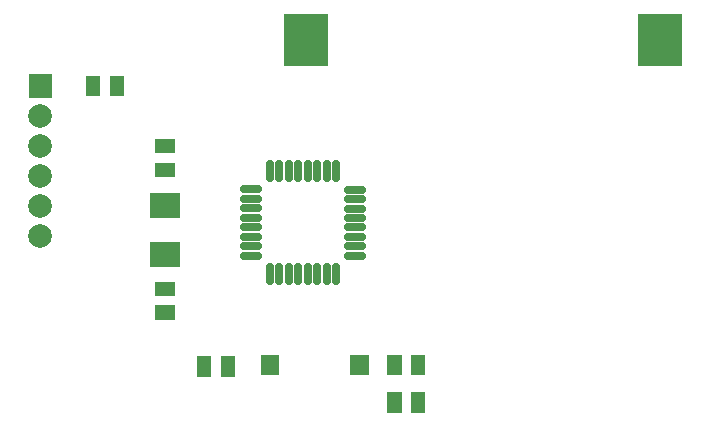
<source format=gts>
G04 Layer: TopSolderMaskLayer*
G04 EasyEDA v6.4.7, 2020-12-24T11:11:18+08:00*
G04 a96b1d35a67042aea81d214db1df88de,0371d748834c44ad86c168cee136e782,10*
G04 Gerber Generator version 0.2*
G04 Scale: 100 percent, Rotated: No, Reflected: No *
G04 Dimensions in millimeters *
G04 leading zeros omitted , absolute positions ,3 integer and 3 decimal *
%FSLAX33Y33*%
%MOMM*%
G90*
D02*

%ADD27C,0.653212*%
%ADD32C,2.003196*%

%LPD*%
G54D27*
G01X30381Y27305D02*
G01X29181Y27305D01*
G01X30381Y26504D02*
G01X29181Y26504D01*
G01X30381Y25704D02*
G01X29181Y25704D01*
G01X30381Y24904D02*
G01X29181Y24904D01*
G01X30381Y24107D02*
G01X29181Y24107D01*
G01X30381Y23307D02*
G01X29181Y23307D01*
G01X30381Y22506D02*
G01X29181Y22506D01*
G01X30381Y21706D02*
G01X29181Y21706D01*
G01X28206Y20742D02*
G01X28206Y19542D01*
G01X27406Y20742D02*
G01X27406Y19542D01*
G01X26606Y20742D02*
G01X26606Y19542D01*
G01X25806Y20742D02*
G01X25806Y19542D01*
G01X25008Y20742D02*
G01X25008Y19542D01*
G01X24208Y20742D02*
G01X24208Y19542D01*
G01X23408Y20742D02*
G01X23408Y19542D01*
G01X22608Y20742D02*
G01X22608Y19542D01*
G01X21618Y21717D02*
G01X20418Y21717D01*
G01X21618Y22517D02*
G01X20418Y22517D01*
G01X21618Y23317D02*
G01X20418Y23317D01*
G01X21618Y24117D02*
G01X20418Y24117D01*
G01X21618Y24914D02*
G01X20418Y24914D01*
G01X21618Y25714D02*
G01X20418Y25714D01*
G01X21618Y26515D02*
G01X20418Y26515D01*
G01X21618Y27315D02*
G01X20418Y27315D01*
G01X22618Y29479D02*
G01X22618Y28279D01*
G01X23418Y29479D02*
G01X23418Y28279D01*
G01X24218Y29479D02*
G01X24218Y28279D01*
G01X25019Y29479D02*
G01X25019Y28279D01*
G01X25816Y29479D02*
G01X25816Y28279D01*
G01X26616Y29479D02*
G01X26616Y28279D01*
G01X27416Y29479D02*
G01X27416Y28279D01*
G01X28216Y29479D02*
G01X28216Y28279D01*
G36*
G01X16431Y11442D02*
G01X16431Y13195D01*
G01X17635Y13195D01*
G01X17635Y11442D01*
G01X16431Y11442D01*
G37*
G36*
G01X18432Y11442D02*
G01X18432Y13195D01*
G01X19636Y13195D01*
G01X19636Y11442D01*
G01X18432Y11442D01*
G37*
G36*
G01X7033Y35191D02*
G01X7033Y36944D01*
G01X8237Y36944D01*
G01X8237Y35191D01*
G01X7033Y35191D01*
G37*
G36*
G01X9034Y35191D02*
G01X9034Y36944D01*
G01X10238Y36944D01*
G01X10238Y35191D01*
G01X9034Y35191D01*
G37*
G36*
G01X32560Y11569D02*
G01X32560Y13322D01*
G01X33764Y13322D01*
G01X33764Y11569D01*
G01X32560Y11569D01*
G37*
G36*
G01X34561Y11569D02*
G01X34561Y13322D01*
G01X35765Y13322D01*
G01X35765Y11569D01*
G01X34561Y11569D01*
G37*
G36*
G01X32560Y8394D02*
G01X32560Y10147D01*
G01X33764Y10147D01*
G01X33764Y8394D01*
G01X32560Y8394D01*
G37*
G36*
G01X34561Y8394D02*
G01X34561Y10147D01*
G01X35765Y10147D01*
G01X35765Y8394D01*
G01X34561Y8394D01*
G37*
G36*
G01X53776Y37802D02*
G01X53776Y42207D01*
G01X57480Y42207D01*
G01X57480Y37802D01*
G01X53776Y37802D01*
G37*
G36*
G01X23799Y37802D02*
G01X23799Y42207D01*
G01X27503Y42207D01*
G01X27503Y37802D01*
G01X23799Y37802D01*
G37*
G36*
G01X12415Y24874D02*
G01X12415Y26977D01*
G01X15016Y26977D01*
G01X15016Y24874D01*
G01X12415Y24874D01*
G37*
G36*
G01X12415Y20774D02*
G01X12415Y22877D01*
G01X15016Y22877D01*
G01X15016Y20774D01*
G01X12415Y20774D01*
G37*
G36*
G01X29413Y11595D02*
G01X29413Y13296D01*
G01X31018Y13296D01*
G01X31018Y11595D01*
G01X29413Y11595D01*
G37*
G36*
G01X21813Y11595D02*
G01X21813Y13296D01*
G01X23418Y13296D01*
G01X23418Y11595D01*
G01X21813Y11595D01*
G37*
G54D32*
G01X3175Y23368D03*
G01X3175Y25908D03*
G01X3175Y28448D03*
G01X3175Y30988D03*
G01X3175Y33528D03*
G36*
G01X2174Y35067D02*
G01X2174Y37068D01*
G01X4175Y37068D01*
G01X4175Y35067D01*
G01X2174Y35067D01*
G37*
G36*
G01X12839Y30370D02*
G01X12839Y31574D01*
G01X14592Y31574D01*
G01X14592Y30370D01*
G01X12839Y30370D01*
G37*
G36*
G01X12839Y28369D02*
G01X12839Y29573D01*
G01X14592Y29573D01*
G01X14592Y28369D01*
G01X12839Y28369D01*
G37*
G36*
G01X12839Y16304D02*
G01X12839Y17508D01*
G01X14592Y17508D01*
G01X14592Y16304D01*
G01X12839Y16304D01*
G37*
G36*
G01X12839Y18305D02*
G01X12839Y19509D01*
G01X14592Y19509D01*
G01X14592Y18305D01*
G01X12839Y18305D01*
G37*
M00*
M02*

</source>
